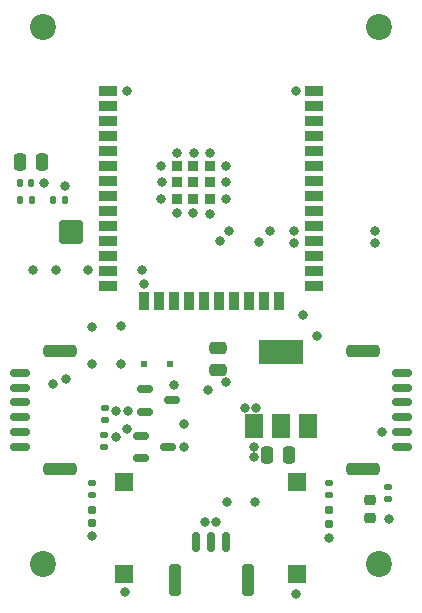
<source format=gbr>
%TF.GenerationSoftware,KiCad,Pcbnew,6.0.10-86aedd382b~118~ubuntu22.04.1*%
%TF.CreationDate,2023-02-09T07:40:42+01:00*%
%TF.ProjectId,mainBoard,6d61696e-426f-4617-9264-2e6b69636164,rev?*%
%TF.SameCoordinates,Original*%
%TF.FileFunction,Soldermask,Top*%
%TF.FilePolarity,Negative*%
%FSLAX46Y46*%
G04 Gerber Fmt 4.6, Leading zero omitted, Abs format (unit mm)*
G04 Created by KiCad (PCBNEW 6.0.10-86aedd382b~118~ubuntu22.04.1) date 2023-02-09 07:40:42*
%MOMM*%
%LPD*%
G01*
G04 APERTURE LIST*
G04 Aperture macros list*
%AMRoundRect*
0 Rectangle with rounded corners*
0 $1 Rounding radius*
0 $2 $3 $4 $5 $6 $7 $8 $9 X,Y pos of 4 corners*
0 Add a 4 corners polygon primitive as box body*
4,1,4,$2,$3,$4,$5,$6,$7,$8,$9,$2,$3,0*
0 Add four circle primitives for the rounded corners*
1,1,$1+$1,$2,$3*
1,1,$1+$1,$4,$5*
1,1,$1+$1,$6,$7*
1,1,$1+$1,$8,$9*
0 Add four rect primitives between the rounded corners*
20,1,$1+$1,$2,$3,$4,$5,0*
20,1,$1+$1,$4,$5,$6,$7,0*
20,1,$1+$1,$6,$7,$8,$9,0*
20,1,$1+$1,$8,$9,$2,$3,0*%
G04 Aperture macros list end*
%ADD10RoundRect,0.150000X0.700000X-0.150000X0.700000X0.150000X-0.700000X0.150000X-0.700000X-0.150000X0*%
%ADD11RoundRect,0.250000X1.150000X-0.250000X1.150000X0.250000X-1.150000X0.250000X-1.150000X-0.250000X0*%
%ADD12RoundRect,0.155000X0.155000X-0.212500X0.155000X0.212500X-0.155000X0.212500X-0.155000X-0.212500X0*%
%ADD13RoundRect,0.150000X-0.512500X-0.150000X0.512500X-0.150000X0.512500X0.150000X-0.512500X0.150000X0*%
%ADD14RoundRect,0.250000X-0.750000X-0.750000X0.750000X-0.750000X0.750000X0.750000X-0.750000X0.750000X0*%
%ADD15RoundRect,0.250000X-0.250000X-0.475000X0.250000X-0.475000X0.250000X0.475000X-0.250000X0.475000X0*%
%ADD16C,2.200000*%
%ADD17R,0.500000X0.500000*%
%ADD18RoundRect,0.250000X-0.475000X0.250000X-0.475000X-0.250000X0.475000X-0.250000X0.475000X0.250000X0*%
%ADD19RoundRect,0.135000X-0.135000X-0.185000X0.135000X-0.185000X0.135000X0.185000X-0.135000X0.185000X0*%
%ADD20RoundRect,0.140000X-0.140000X-0.170000X0.140000X-0.170000X0.140000X0.170000X-0.140000X0.170000X0*%
%ADD21RoundRect,0.218750X0.256250X-0.218750X0.256250X0.218750X-0.256250X0.218750X-0.256250X-0.218750X0*%
%ADD22RoundRect,0.135000X-0.185000X0.135000X-0.185000X-0.135000X0.185000X-0.135000X0.185000X0.135000X0*%
%ADD23RoundRect,0.135000X0.185000X-0.135000X0.185000X0.135000X-0.185000X0.135000X-0.185000X-0.135000X0*%
%ADD24RoundRect,0.250000X0.250000X0.475000X-0.250000X0.475000X-0.250000X-0.475000X0.250000X-0.475000X0*%
%ADD25RoundRect,0.150000X-0.700000X0.150000X-0.700000X-0.150000X0.700000X-0.150000X0.700000X0.150000X0*%
%ADD26RoundRect,0.250000X-1.150000X0.250000X-1.150000X-0.250000X1.150000X-0.250000X1.150000X0.250000X0*%
%ADD27RoundRect,0.150000X-0.150000X-0.700000X0.150000X-0.700000X0.150000X0.700000X-0.150000X0.700000X0*%
%ADD28RoundRect,0.250000X-0.250000X-1.100000X0.250000X-1.100000X0.250000X1.100000X-0.250000X1.100000X0*%
%ADD29R,1.500000X0.900000*%
%ADD30R,0.900000X1.500000*%
%ADD31R,0.900000X0.900000*%
%ADD32R,1.500000X1.500000*%
%ADD33R,1.500000X2.000000*%
%ADD34R,3.800000X2.000000*%
%ADD35C,0.800000*%
G04 APERTURE END LIST*
D10*
%TO.C,J2*%
X113710000Y-87580000D03*
X113710000Y-86330000D03*
X113710000Y-85080000D03*
X113710000Y-83830000D03*
X113710000Y-82580000D03*
X113710000Y-81330000D03*
D11*
X110360000Y-79480000D03*
X110360000Y-89430000D03*
%TD*%
D12*
%TO.C,C6*%
X107492800Y-94090300D03*
X107492800Y-92955300D03*
%TD*%
D13*
%TO.C,Q1*%
X91928100Y-82717600D03*
X91928100Y-84617600D03*
X94203100Y-83667600D03*
%TD*%
D14*
%TO.C,J1*%
X85648800Y-69392800D03*
%TD*%
D15*
%TO.C,C4*%
X81330800Y-63500000D03*
X83230800Y-63500000D03*
%TD*%
D16*
%TO.C,H2*%
X83312000Y-97536000D03*
%TD*%
D17*
%TO.C,D2*%
X94064000Y-80619600D03*
X91864000Y-80619600D03*
%TD*%
D18*
%TO.C,C2*%
X98094800Y-79212400D03*
X98094800Y-81112400D03*
%TD*%
D19*
%TO.C,R2*%
X81363159Y-66674000D03*
X82383159Y-66674000D03*
%TD*%
D20*
%TO.C,C3*%
X84188400Y-66700400D03*
X85148400Y-66700400D03*
%TD*%
D21*
%TO.C,D1*%
X110947200Y-93649900D03*
X110947200Y-92074900D03*
%TD*%
D22*
%TO.C,R5*%
X107492800Y-90625200D03*
X107492800Y-91645200D03*
%TD*%
D16*
%TO.C,H1*%
X83312000Y-52070000D03*
%TD*%
D22*
%TO.C,R1*%
X112471200Y-91031600D03*
X112471200Y-92051600D03*
%TD*%
D23*
%TO.C,R3*%
X88442800Y-87581200D03*
X88442800Y-86561200D03*
%TD*%
D24*
%TO.C,C1*%
X104124800Y-88290400D03*
X102224800Y-88290400D03*
%TD*%
D16*
%TO.C,H4*%
X111760000Y-97536000D03*
%TD*%
D23*
%TO.C,R4*%
X88544400Y-85295200D03*
X88544400Y-84275200D03*
%TD*%
D20*
%TO.C,C5*%
X81343600Y-65278000D03*
X82303600Y-65278000D03*
%TD*%
D25*
%TO.C,J3*%
X81362000Y-81330000D03*
X81362000Y-82580000D03*
X81362000Y-83830000D03*
X81362000Y-85080000D03*
X81362000Y-86330000D03*
X81362000Y-87580000D03*
D26*
X84712000Y-89430000D03*
X84712000Y-79480000D03*
%TD*%
D12*
%TO.C,C7*%
X87426800Y-94039500D03*
X87426800Y-92904500D03*
%TD*%
D27*
%TO.C,J4*%
X96286000Y-95686000D03*
X97536000Y-95686000D03*
X98786000Y-95686000D03*
D28*
X100636000Y-98886000D03*
X94436000Y-98886000D03*
%TD*%
D29*
%TO.C,U2*%
X88786000Y-57482000D03*
X88786000Y-58752000D03*
X88786000Y-60022000D03*
X88786000Y-61292000D03*
X88786000Y-62562000D03*
X88786000Y-63832000D03*
X88786000Y-65102000D03*
X88786000Y-66372000D03*
X88786000Y-67642000D03*
X88786000Y-68912000D03*
X88786000Y-70182000D03*
X88786000Y-71452000D03*
X88786000Y-72722000D03*
X88786000Y-73992000D03*
D30*
X91816000Y-75242000D03*
X93086000Y-75242000D03*
X94356000Y-75242000D03*
X95626000Y-75242000D03*
X96896000Y-75242000D03*
X98166000Y-75242000D03*
X99436000Y-75242000D03*
X100706000Y-75242000D03*
X101976000Y-75242000D03*
X103246000Y-75242000D03*
D29*
X106286000Y-73992000D03*
X106286000Y-72722000D03*
X106286000Y-71452000D03*
X106286000Y-70182000D03*
X106286000Y-68912000D03*
X106286000Y-67642000D03*
X106286000Y-66372000D03*
X106286000Y-65102000D03*
X106286000Y-63832000D03*
X106286000Y-62562000D03*
X106286000Y-61292000D03*
X106286000Y-60022000D03*
X106286000Y-58752000D03*
X106286000Y-57482000D03*
D31*
X96036000Y-66602000D03*
X96036000Y-63802000D03*
X97436000Y-63802000D03*
X97436000Y-65202000D03*
X97436000Y-66602000D03*
X94636000Y-65202000D03*
X94636000Y-66602000D03*
X94636000Y-63802000D03*
X96036000Y-65202000D03*
%TD*%
D32*
%TO.C,SW1*%
X104800400Y-98388000D03*
X104800400Y-90588000D03*
%TD*%
D13*
%TO.C,Q2*%
X93847500Y-87630000D03*
X91572500Y-88580000D03*
X91572500Y-86680000D03*
%TD*%
D32*
%TO.C,SW2*%
X90170000Y-98388000D03*
X90170000Y-90588000D03*
%TD*%
D33*
%TO.C,U1*%
X101128800Y-85852400D03*
X103428800Y-85852400D03*
D34*
X103428800Y-79552400D03*
D33*
X105728800Y-85852400D03*
%TD*%
D22*
%TO.C,R6*%
X87426800Y-90625200D03*
X87426800Y-91645200D03*
%TD*%
D16*
%TO.C,H3*%
X111760000Y-52070000D03*
%TD*%
D35*
X94386400Y-82397600D03*
X97261500Y-82788850D03*
X101142800Y-88493600D03*
X93319600Y-66598800D03*
X90220800Y-99872800D03*
X87477600Y-95148400D03*
X101193600Y-87579200D03*
X112034800Y-86330000D03*
X93319600Y-63804800D03*
X98755200Y-82143600D03*
X97942400Y-93929200D03*
X84124800Y-82245200D03*
X97028000Y-93929200D03*
X97434400Y-62687200D03*
X90424000Y-57454800D03*
X104749600Y-100025200D03*
X98755200Y-63804800D03*
X101346000Y-84277200D03*
X85125600Y-65481200D03*
X91846400Y-73812400D03*
X96012000Y-67818000D03*
X98755200Y-66598800D03*
X85242400Y-81889600D03*
X100431600Y-84328000D03*
X94640400Y-62687200D03*
X96062800Y-62687200D03*
X107492800Y-95351600D03*
X94640400Y-67818000D03*
X97434400Y-67868800D03*
X112623600Y-93700700D03*
X93370400Y-65176400D03*
X104698800Y-57454800D03*
X98755200Y-65176400D03*
X83347600Y-65227200D03*
X105308400Y-76454000D03*
X84429600Y-72593200D03*
X106496730Y-78201130D03*
X87071200Y-72593200D03*
X82448400Y-72593200D03*
X91643200Y-72644000D03*
X87426800Y-77419200D03*
X89916000Y-77368400D03*
X95208873Y-85645973D03*
X95208873Y-87582027D03*
X98856800Y-92252800D03*
X101230300Y-92252800D03*
X104546400Y-70307200D03*
X111404400Y-70307200D03*
X101600000Y-70256400D03*
X98247200Y-70205600D03*
X99060000Y-69291200D03*
X104546400Y-69291200D03*
X102514400Y-69291200D03*
X111404400Y-69291200D03*
X90424000Y-86044700D03*
X90474800Y-84545700D03*
X89475438Y-84528921D03*
X89458800Y-86794200D03*
X89865200Y-80619600D03*
X87477600Y-80619600D03*
M02*

</source>
